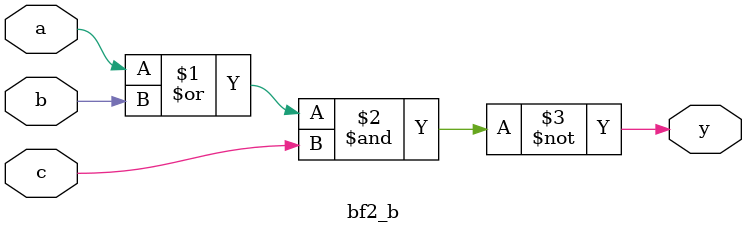
<source format=v>
`timescale 1ns / 1ps

module bf2_b(
input a,b,c,
output y

    );
   
    assign y=~((a|b)&c);
    
    
endmodule

</source>
